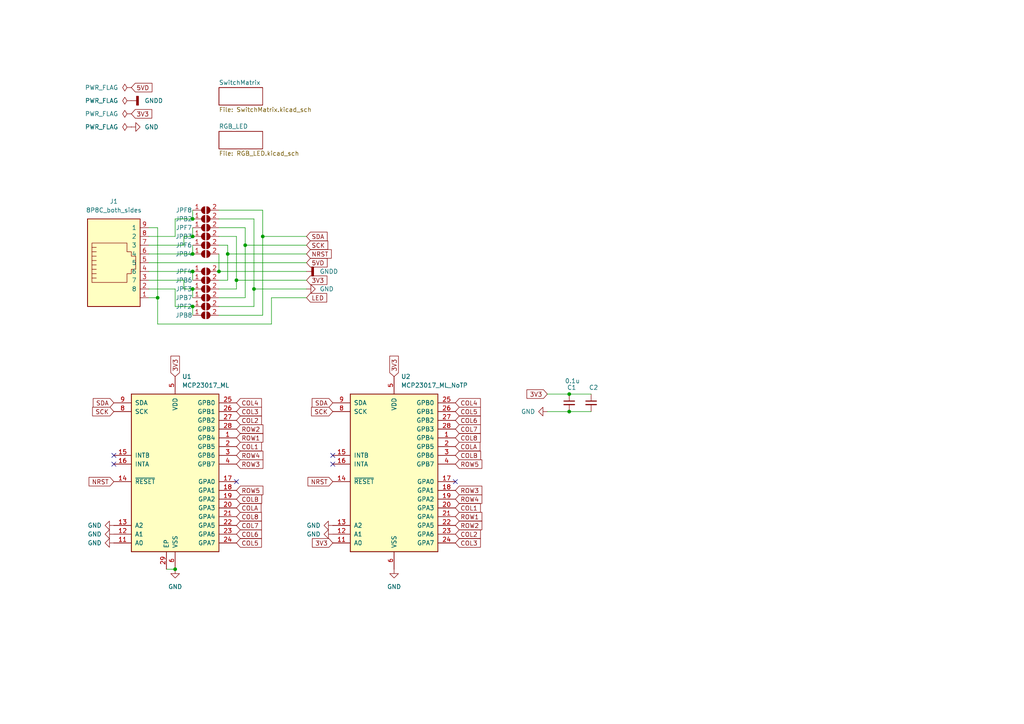
<source format=kicad_sch>
(kicad_sch (version 20211123) (generator eeschema)
  (paper "A4")
  (lib_symbols
    (symbol "00_KeyParts:8P8C_both_sides" (pin_names (offset 1.016))
      (property "Reference" "J" (at -5.08 15.24 0))
      (property "Value" "8P8C_both_sides" (at 0 15.24 0))
      (symbol "8P8C_both_sides_0_1"
        (rectangle (start -7.62 13.97) (end 7.62 -11.43) (stroke (width 0.254)) (fill (type background)))
        (polyline (pts (xy -5.08 4.445) (xy -6.35 4.445)))
        (polyline (pts (xy -5.08 5.715) (xy -6.35 5.715)))
        (polyline (pts (xy -6.35 -3.175) (xy -5.08 -3.175) (xy -5.08 -3.175)))
        (polyline (pts (xy -6.35 -1.905) (xy -5.08 -1.905) (xy -5.08 -1.905)))
        (polyline (pts (xy -6.35 -0.635) (xy -5.08 -0.635) (xy -5.08 -0.635)))
        (polyline (pts (xy -6.35 0.635) (xy -5.08 0.635) (xy -5.08 0.635)))
        (polyline (pts (xy -6.35 1.905) (xy -5.08 1.905) (xy -5.08 1.905)))
        (polyline (pts (xy -5.08 3.175) (xy -6.35 3.175) (xy -6.35 3.175)))
        (polyline (pts (xy -6.35 -4.445) (xy -6.35 6.985) (xy 3.81 6.985) (xy 3.81 4.445) (xy 5.08 4.445) (xy 5.08 3.175) (xy 6.35 3.175) (xy 6.35 -0.635) (xy 5.08 -0.635) (xy 5.08 -1.905) (xy 3.81 -1.905) (xy 3.81 -4.445) (xy -6.35 -4.445) (xy -6.35 -4.445)))
      )
      (symbol "8P8C_both_sides_1_1"
        (pin passive line (at 10.16 -8.89 180) (length 2.54) (name "~") (number "1"))
        (pin passive line (at 10.16 -6.35 180) (length 2.54) (name "8") (number "2"))
        (pin passive line (at 10.16 -3.81 180) (length 2.54) (name "7") (number "3"))
        (pin passive line (at 10.16 -1.27 180) (length 2.54) (name "6") (number "4"))
        (pin passive line (at 10.16 1.27 180) (length 2.54) (name "5") (number "5"))
        (pin passive line (at 10.16 3.81 180) (length 2.54) (name "4") (number "6"))
        (pin passive line (at 10.16 6.35 180) (length 2.54) (name "3") (number "7"))
        (pin passive line (at 10.16 8.89 180) (length 2.54) (name "2") (number "8"))
        (pin passive line (at 10.16 11.43 180) (length 2.54) (name "1") (number "9"))
      )
    )
    (symbol "00_KeyParts:MCP23017_ML_NoTP" (pin_names (offset 1.016))
      (property "Reference" "U" (at -11.43 24.13 0))
      (property "Value" "MCP23017_ML_NoTP" (at 0 0 0))
      (symbol "MCP23017_ML_NoTP_0_1"
        (rectangle (start -12.7 22.86) (end 12.7 -22.86) (stroke (width 0.254)) (fill (type background)))
      )
      (symbol "MCP23017_ML_NoTP_1_1"
        (pin bidirectional line (at 17.78 10.16 180) (length 5.08) (name "GPB4") (number "1"))
        (pin no_connect line (at -12.7 12.7 0) (length 5.08) hide (name "NC") (number "10"))
        (pin input line (at -17.78 -20.32 0) (length 5.08) (name "A0") (number "11"))
        (pin input line (at -17.78 -17.78 0) (length 5.08) (name "A1") (number "12"))
        (pin input line (at -17.78 -15.24 0) (length 5.08) (name "A2") (number "13"))
        (pin input line (at -17.78 -2.54 0) (length 5.08) (name "~{RESET}") (number "14"))
        (pin tri_state line (at -17.78 5.08 0) (length 5.08) (name "INTB") (number "15"))
        (pin tri_state line (at -17.78 2.54 0) (length 5.08) (name "INTA") (number "16"))
        (pin bidirectional line (at 17.78 -2.54 180) (length 5.08) (name "GPA0") (number "17"))
        (pin bidirectional line (at 17.78 -5.08 180) (length 5.08) (name "GPA1") (number "18"))
        (pin bidirectional line (at 17.78 -7.62 180) (length 5.08) (name "GPA2") (number "19"))
        (pin bidirectional line (at 17.78 7.62 180) (length 5.08) (name "GPB5") (number "2"))
        (pin bidirectional line (at 17.78 -10.16 180) (length 5.08) (name "GPA3") (number "20"))
        (pin bidirectional line (at 17.78 -12.7 180) (length 5.08) (name "GPA4") (number "21"))
        (pin bidirectional line (at 17.78 -15.24 180) (length 5.08) (name "GPA5") (number "22"))
        (pin bidirectional line (at 17.78 -17.78 180) (length 5.08) (name "GPA6") (number "23"))
        (pin bidirectional line (at 17.78 -20.32 180) (length 5.08) (name "GPA7") (number "24"))
        (pin bidirectional line (at 17.78 20.32 180) (length 5.08) (name "GPB0") (number "25"))
        (pin bidirectional line (at 17.78 17.78 180) (length 5.08) (name "GPB1") (number "26"))
        (pin bidirectional line (at 17.78 15.24 180) (length 5.08) (name "GPB2") (number "27"))
        (pin bidirectional line (at 17.78 12.7 180) (length 5.08) (name "GPB3") (number "28"))
        (pin bidirectional line (at 17.78 5.08 180) (length 5.08) (name "GPB6") (number "3"))
        (pin bidirectional line (at 17.78 2.54 180) (length 5.08) (name "GPB7") (number "4"))
        (pin power_in line (at 0 27.94 270) (length 5.08) (name "VDD") (number "5"))
        (pin power_in line (at 0 -27.94 90) (length 5.08) (name "VSS") (number "6"))
        (pin no_connect line (at -12.7 15.24 0) (length 5.08) hide (name "NC") (number "7"))
        (pin input line (at -17.78 17.78 0) (length 5.08) (name "SCK") (number "8"))
        (pin bidirectional line (at -17.78 20.32 0) (length 5.08) (name "SDA") (number "9"))
      )
    )
    (symbol "Device:C_Small" (pin_numbers hide) (pin_names (offset 0.254) hide)
      (property "Reference" "C" (at 0.254 1.778 0))
      (property "Value" "C_Small" (at 0.254 -2.032 0))
      (symbol "C_Small_0_1"
        (polyline (pts (xy -1.524 -0.508) (xy 1.524 -0.508)) (stroke (width 0.3302)))
        (polyline (pts (xy -1.524 0.508) (xy 1.524 0.508)) (stroke (width 0.3048)))
      )
      (symbol "C_Small_1_1"
        (pin passive line (at 0 2.54 270) (length 2.032) (name "~") (number "1"))
        (pin passive line (at 0 -2.54 90) (length 2.032) (name "~") (number "2"))
      )
    )
    (symbol "Interface_Expansion:MCP23017_ML" (pin_names (offset 1.016))
      (property "Reference" "U" (at -11.43 24.13 0))
      (property "Value" "MCP23017_ML" (at 0 0 0))
      (symbol "MCP23017_ML_0_1"
        (rectangle (start -12.7 22.86) (end 12.7 -22.86) (stroke (width 0.254)) (fill (type background)))
      )
      (symbol "MCP23017_ML_1_1"
        (pin bidirectional line (at 17.78 10.16 180) (length 5.08) (name "GPB4") (number "1"))
        (pin no_connect line (at -12.7 12.7 0) (length 5.08) hide (name "NC") (number "10"))
        (pin input line (at -17.78 -20.32 0) (length 5.08) (name "A0") (number "11"))
        (pin input line (at -17.78 -17.78 0) (length 5.08) (name "A1") (number "12"))
        (pin input line (at -17.78 -15.24 0) (length 5.08) (name "A2") (number "13"))
        (pin input line (at -17.78 -2.54 0) (length 5.08) (name "~{RESET}") (number "14"))
        (pin tri_state line (at -17.78 5.08 0) (length 5.08) (name "INTB") (number "15"))
        (pin tri_state line (at -17.78 2.54 0) (length 5.08) (name "INTA") (number "16"))
        (pin bidirectional line (at 17.78 -2.54 180) (length 5.08) (name "GPA0") (number "17"))
        (pin bidirectional line (at 17.78 -5.08 180) (length 5.08) (name "GPA1") (number "18"))
        (pin bidirectional line (at 17.78 -7.62 180) (length 5.08) (name "GPA2") (number "19"))
        (pin bidirectional line (at 17.78 7.62 180) (length 5.08) (name "GPB5") (number "2"))
        (pin bidirectional line (at 17.78 -10.16 180) (length 5.08) (name "GPA3") (number "20"))
        (pin bidirectional line (at 17.78 -12.7 180) (length 5.08) (name "GPA4") (number "21"))
        (pin bidirectional line (at 17.78 -15.24 180) (length 5.08) (name "GPA5") (number "22"))
        (pin bidirectional line (at 17.78 -17.78 180) (length 5.08) (name "GPA6") (number "23"))
        (pin bidirectional line (at 17.78 -20.32 180) (length 5.08) (name "GPA7") (number "24"))
        (pin bidirectional line (at 17.78 20.32 180) (length 5.08) (name "GPB0") (number "25"))
        (pin bidirectional line (at 17.78 17.78 180) (length 5.08) (name "GPB1") (number "26"))
        (pin bidirectional line (at 17.78 15.24 180) (length 5.08) (name "GPB2") (number "27"))
        (pin bidirectional line (at 17.78 12.7 180) (length 5.08) (name "GPB3") (number "28"))
        (pin passive line (at -2.54 -27.94 90) (length 5.08) (name "EP") (number "29"))
        (pin bidirectional line (at 17.78 5.08 180) (length 5.08) (name "GPB6") (number "3"))
        (pin bidirectional line (at 17.78 2.54 180) (length 5.08) (name "GPB7") (number "4"))
        (pin power_in line (at 0 27.94 270) (length 5.08) (name "VDD") (number "5"))
        (pin power_in line (at 0 -27.94 90) (length 5.08) (name "VSS") (number "6"))
        (pin no_connect line (at -12.7 15.24 0) (length 5.08) hide (name "NC") (number "7"))
        (pin input line (at -17.78 17.78 0) (length 5.08) (name "SCK") (number "8"))
        (pin bidirectional line (at -17.78 20.32 0) (length 5.08) (name "SDA") (number "9"))
      )
    )
    (symbol "Jumper:SolderJumper_2_Open" (pin_names (offset 0) hide)
      (property "Reference" "JP" (at 0 2.032 0))
      (property "Value" "SolderJumper_2_Open" (at 0 -2.54 0))
      (symbol "SolderJumper_2_Open_0_1"
        (arc (start -0.254 1.016) (mid -1.27 0) (end -0.254 -1.016))
        (arc (start -0.254 1.016) (mid -1.27 0) (end -0.254 -1.016) (fill (type outline)))
        (polyline (pts (xy -0.254 1.016) (xy -0.254 -1.016)))
        (polyline (pts (xy 0.254 1.016) (xy 0.254 -1.016)))
        (arc (start 0.254 -1.016) (mid 1.27 0) (end 0.254 1.016))
        (arc (start 0.254 -1.016) (mid 1.27 0) (end 0.254 1.016) (fill (type outline)))
      )
      (symbol "SolderJumper_2_Open_1_1"
        (pin passive line (at -3.81 0 0) (length 2.54) (name "A") (number "1"))
        (pin passive line (at 3.81 0 180) (length 2.54) (name "B") (number "2"))
      )
    )
    (symbol "power:GND" (power) (pin_names (offset 0))
      (property "Value" "GND" (at 0 -3.81 0))
      (symbol "GND_0_1"
        (polyline (pts (xy 0 0) (xy 0 -1.27) (xy 1.27 -1.27) (xy 0 -2.54) (xy -1.27 -1.27) (xy 0 -1.27)))
      )
      (symbol "GND_1_1"
        (pin power_in line (at 0 0 270) (length 0) hide (name "GND") (number "1"))
      )
    )
    (symbol "power:GNDD" (power) (pin_names (offset 0))
      (property "Value" "GNDD" (at 0 -3.175 0))
      (symbol "GNDD_0_1"
        (rectangle (start -1.27 -1.524) (end 1.27 -2.032) (stroke (width 0.254)) (fill (type outline)))
        (polyline (pts (xy 0 0) (xy 0 -1.524)))
      )
      (symbol "GNDD_1_1"
        (pin power_in line (at 0 0 270) (length 0) hide (name "GNDD") (number "1"))
      )
    )
    (symbol "power:PWR_FLAG" (power) (pin_numbers hide) (pin_names (offset 0) hide)
      (property "Value" "PWR_FLAG" (at 0 3.81 0))
      (symbol "PWR_FLAG_0_0"
        (pin power_out line (at 0 0 90) (length 0) (name "pwr") (number "1"))
      )
      (symbol "PWR_FLAG_0_1"
        (polyline (pts (xy 0 0) (xy 0 1.27) (xy -1.016 1.905) (xy 0 2.54) (xy 1.016 1.905) (xy 0 1.27)))
      )
    )
  )
  (junction (at 55.88 63.5))
  (junction (at 55.88 68.58))
  (junction (at 55.88 83.82))
  (junction (at 45.72 86.36))
  (junction (at 68.58 81.28))
  (junction (at 66.04 73.66))
  (junction (at 76.2 68.58))
  (junction (at 73.66 83.82))
  (junction (at 55.88 73.66))
  (junction (at 63.5 78.74))
  (junction (at 55.88 88.9))
  (junction (at 55.88 78.74))
  (junction (at 165.1 114.3))
  (junction (at 50.8 165.1))
  (junction (at 165.1 119.38))
  (junction (at 71.12 71.12))
  (no_connect (at 33.02 132.08))
  (no_connect (at 96.52 134.62))
  (no_connect (at 132.08 139.7))
  (no_connect (at 68.58 139.7))
  (no_connect (at 96.52 132.08))
  (no_connect (at 33.02 134.62))
  (wire (pts (xy 43.18 71.12) (xy 53.34 71.12)))
  (wire (pts (xy 63.5 68.58) (xy 68.58 68.58)))
  (wire (pts (xy 73.66 83.82) (xy 88.9 83.82)))
  (wire (pts (xy 50.8 63.5) (xy 55.88 63.5)))
  (wire (pts (xy 78.74 93.98) (xy 78.74 86.36)))
  (wire (pts (xy 50.8 68.58) (xy 50.8 63.5)))
  (wire (pts (xy 66.04 71.12) (xy 66.04 73.66)))
  (wire (pts (xy 63.5 60.96) (xy 76.2 60.96)))
  (wire (pts (xy 63.5 73.66) (xy 63.5 78.74)))
  (wire (pts (xy 55.88 66.04) (xy 55.88 68.58)))
  (wire (pts (xy 73.66 63.5) (xy 73.66 83.82)))
  (wire (pts (xy 43.18 66.04) (xy 45.72 66.04)))
  (wire (pts (xy 68.58 81.28) (xy 68.58 83.82)))
  (wire (pts (xy 63.5 88.9) (xy 73.66 88.9)))
  (wire (pts (xy 158.75 114.3) (xy 165.1 114.3)))
  (wire (pts (xy 63.5 63.5) (xy 73.66 63.5)))
  (wire (pts (xy 165.1 119.38) (xy 171.45 119.38)))
  (wire (pts (xy 63.5 81.28) (xy 66.04 81.28)))
  (wire (pts (xy 63.5 78.74) (xy 88.9 78.74)))
  (wire (pts (xy 53.34 68.58) (xy 55.88 68.58)))
  (wire (pts (xy 50.8 83.82) (xy 50.8 88.9)))
  (wire (pts (xy 73.66 83.82) (xy 73.66 88.9)))
  (wire (pts (xy 55.88 88.9) (xy 55.88 91.44)))
  (wire (pts (xy 158.75 119.38) (xy 165.1 119.38)))
  (wire (pts (xy 71.12 66.04) (xy 71.12 71.12)))
  (wire (pts (xy 78.74 86.36) (xy 88.9 86.36)))
  (wire (pts (xy 55.88 78.74) (xy 55.88 81.28)))
  (wire (pts (xy 63.5 91.44) (xy 76.2 91.44)))
  (wire (pts (xy 68.58 68.58) (xy 68.58 81.28)))
  (wire (pts (xy 63.5 71.12) (xy 66.04 71.12)))
  (wire (pts (xy 68.58 81.28) (xy 88.9 81.28)))
  (wire (pts (xy 45.72 93.98) (xy 78.74 93.98)))
  (wire (pts (xy 76.2 60.96) (xy 76.2 68.58)))
  (wire (pts (xy 63.5 66.04) (xy 71.12 66.04)))
  (wire (pts (xy 43.18 76.2) (xy 88.9 76.2)))
  (wire (pts (xy 55.88 60.96) (xy 55.88 63.5)))
  (wire (pts (xy 45.72 66.04) (xy 45.72 86.36)))
  (wire (pts (xy 63.5 83.82) (xy 68.58 83.82)))
  (wire (pts (xy 53.34 71.12) (xy 53.34 68.58)))
  (wire (pts (xy 55.88 71.12) (xy 55.88 73.66)))
  (wire (pts (xy 50.8 88.9) (xy 55.88 88.9)))
  (wire (pts (xy 66.04 73.66) (xy 88.9 73.66)))
  (wire (pts (xy 66.04 73.66) (xy 66.04 81.28)))
  (wire (pts (xy 43.18 83.82) (xy 50.8 83.82)))
  (wire (pts (xy 53.34 81.28) (xy 53.34 83.82)))
  (wire (pts (xy 45.72 86.36) (xy 45.72 93.98)))
  (wire (pts (xy 76.2 68.58) (xy 88.9 68.58)))
  (wire (pts (xy 43.18 73.66) (xy 55.88 73.66)))
  (wire (pts (xy 43.18 81.28) (xy 53.34 81.28)))
  (wire (pts (xy 48.26 165.1) (xy 50.8 165.1)))
  (wire (pts (xy 55.88 83.82) (xy 55.88 86.36)))
  (wire (pts (xy 43.18 86.36) (xy 45.72 86.36)))
  (wire (pts (xy 63.5 86.36) (xy 71.12 86.36)))
  (wire (pts (xy 165.1 114.3) (xy 171.45 114.3)))
  (wire (pts (xy 76.2 68.58) (xy 76.2 91.44)))
  (wire (pts (xy 43.18 78.74) (xy 55.88 78.74)))
  (wire (pts (xy 71.12 71.12) (xy 88.9 71.12)))
  (wire (pts (xy 43.18 68.58) (xy 50.8 68.58)))
  (wire (pts (xy 53.34 83.82) (xy 55.88 83.82)))
  (wire (pts (xy 71.12 71.12) (xy 71.12 86.36)))
  (global_label "COL6" (shape input) (at 68.58 154.94 0) (property "Intersheet References" "${INTERSHEET_REFS}" (effects hide)))
  (global_label "3V3" (shape input) (at 114.3 109.22 90) (property "Intersheet References" "${INTERSHEET_REFS}" (effects hide)))
  (global_label "NRST" (shape input) (at 96.52 139.7 180) (property "Intersheet References" "${INTERSHEET_REFS}" (effects hide)))
  (global_label "COL8" (shape input) (at 132.08 127 0) (property "Intersheet References" "${INTERSHEET_REFS}" (effects hide)))
  (global_label "COL5" (shape input) (at 68.58 157.48 0) (property "Intersheet References" "${INTERSHEET_REFS}" (effects hide)))
  (global_label "ROW3" (shape input) (at 132.08 142.24 0) (property "Intersheet References" "${INTERSHEET_REFS}" (effects hide)))
  (global_label "3V3" (shape input) (at 50.8 109.22 90) (property "Intersheet References" "${INTERSHEET_REFS}" (effects hide)))
  (global_label "3V3" (shape input) (at 38.1 33.02 0) (property "Intersheet References" "${INTERSHEET_REFS}" (effects hide)))
  (global_label "3V3" (shape input) (at 96.52 157.48 180) (property "Intersheet References" "${INTERSHEET_REFS}" (effects hide)))
  (global_label "COL8" (shape input) (at 68.58 149.86 0) (property "Intersheet References" "${INTERSHEET_REFS}" (effects hide)))
  (global_label "ROW2" (shape input) (at 132.08 152.4 0) (property "Intersheet References" "${INTERSHEET_REFS}" (effects hide)))
  (global_label "SCK" (shape input) (at 33.02 119.38 180) (property "Intersheet References" "${INTERSHEET_REFS}" (effects hide)))
  (global_label "COL2" (shape input) (at 68.58 121.92 0) (property "Intersheet References" "${INTERSHEET_REFS}" (effects hide)))
  (global_label "COL4" (shape input) (at 68.58 116.84 0) (property "Intersheet References" "${INTERSHEET_REFS}" (effects hide)))
  (global_label "SDA" (shape input) (at 96.52 116.84 180) (property "Intersheet References" "${INTERSHEET_REFS}" (effects hide)))
  (global_label "ROW5" (shape input) (at 68.58 142.24 0) (property "Intersheet References" "${INTERSHEET_REFS}" (effects hide)))
  (global_label "ROW3" (shape input) (at 68.58 134.62 0) (property "Intersheet References" "${INTERSHEET_REFS}" (effects hide)))
  (global_label "SDA" (shape input) (at 33.02 116.84 180) (property "Intersheet References" "${INTERSHEET_REFS}" (effects hide)))
  (global_label "SCK" (shape input) (at 88.9 71.12 0) (property "Intersheet References" "${INTERSHEET_REFS}" (effects hide)))
  (global_label "COL7" (shape input) (at 68.58 152.4 0) (property "Intersheet References" "${INTERSHEET_REFS}" (effects hide)))
  (global_label "COL5" (shape input) (at 132.08 119.38 0) (property "Intersheet References" "${INTERSHEET_REFS}" (effects hide)))
  (global_label "ROW4" (shape input) (at 68.58 132.08 0) (property "Intersheet References" "${INTERSHEET_REFS}" (effects hide)))
  (global_label "ROW1" (shape input) (at 132.08 149.86 0) (property "Intersheet References" "${INTERSHEET_REFS}" (effects hide)))
  (global_label "3V3" (shape input) (at 158.75 114.3 180) (property "Intersheet References" "${INTERSHEET_REFS}" (effects hide)))
  (global_label "SCK" (shape input) (at 96.52 119.38 180) (property "Intersheet References" "${INTERSHEET_REFS}" (effects hide)))
  (global_label "LED" (shape input) (at 88.9 86.36 0) (property "Intersheet References" "${INTERSHEET_REFS}" (effects hide)))
  (global_label "COLB" (shape input) (at 132.08 132.08 0) (property "Intersheet References" "${INTERSHEET_REFS}" (effects hide)))
  (global_label "5VD" (shape input) (at 38.1 25.4 0) (property "Intersheet References" "${INTERSHEET_REFS}" (effects hide)))
  (global_label "SDA" (shape input) (at 88.9 68.58 0) (property "Intersheet References" "${INTERSHEET_REFS}" (effects hide)))
  (global_label "ROW5" (shape input) (at 132.08 134.62 0) (property "Intersheet References" "${INTERSHEET_REFS}" (effects hide)))
  (global_label "COL1" (shape input) (at 132.08 147.32 0) (property "Intersheet References" "${INTERSHEET_REFS}" (effects hide)))
  (global_label "NRST" (shape input) (at 88.9 73.66 0) (property "Intersheet References" "${INTERSHEET_REFS}" (effects hide)))
  (global_label "3V3" (shape input) (at 88.9 81.28 0) (property "Intersheet References" "${INTERSHEET_REFS}" (effects hide)))
  (global_label "COL4" (shape input) (at 132.08 116.84 0) (property "Intersheet References" "${INTERSHEET_REFS}" (effects hide)))
  (global_label "COL1" (shape input) (at 68.58 129.54 0) (property "Intersheet References" "${INTERSHEET_REFS}" (effects hide)))
  (global_label "ROW2" (shape input) (at 68.58 124.46 0) (property "Intersheet References" "${INTERSHEET_REFS}" (effects hide)))
  (global_label "ROW4" (shape input) (at 132.08 144.78 0) (property "Intersheet References" "${INTERSHEET_REFS}" (effects hide)))
  (global_label "COLA" (shape input) (at 68.58 147.32 0) (property "Intersheet References" "${INTERSHEET_REFS}" (effects hide)))
  (global_label "ROW1" (shape input) (at 68.58 127 0) (property "Intersheet References" "${INTERSHEET_REFS}" (effects hide)))
  (global_label "COL3" (shape input) (at 132.08 157.48 0) (property "Intersheet References" "${INTERSHEET_REFS}" (effects hide)))
  (global_label "5VD" (shape input) (at 88.9 76.2 0) (property "Intersheet References" "${INTERSHEET_REFS}" (effects hide)))
  (global_label "COLA" (shape input) (at 132.08 129.54 0) (property "Intersheet References" "${INTERSHEET_REFS}" (effects hide)))
  (global_label "COL6" (shape input) (at 132.08 121.92 0) (property "Intersheet References" "${INTERSHEET_REFS}" (effects hide)))
  (global_label "COLB" (shape input) (at 68.58 144.78 0) (property "Intersheet References" "${INTERSHEET_REFS}" (effects hide)))
  (global_label "COL2" (shape input) (at 132.08 154.94 0) (property "Intersheet References" "${INTERSHEET_REFS}" (effects hide)))
  (global_label "COL3" (shape input) (at 68.58 119.38 0) (property "Intersheet References" "${INTERSHEET_REFS}" (effects hide)))
  (global_label "COL7" (shape input) (at 132.08 124.46 0) (property "Intersheet References" "${INTERSHEET_REFS}" (effects hide)))
  (global_label "NRST" (shape input) (at 33.02 139.7 180) (property "Intersheet References" "${INTERSHEET_REFS}" (effects hide)))
  (symbol (lib_id "power:GND") (at 114.3 165.1 0) (unit 1)
    (property "Reference" "#PWR0106" (effects hide))
    (property "Value" "GND" (at 114.3 170.18 0))
  )
  (symbol (lib_id "Device:C_Small") (at 165.1 116.84 0) (unit 1)
    (property "Reference" "C1" (at 164.465 112.395 0) (effects (justify left)))
    (property "Value" "0.1u" (at 163.83 110.49 0) (effects (justify left)))
    (property "Footprint" "00_KeyParts:C_1608_HandSolder" (effects hide))
  )
  (symbol (lib_id "Jumper:SolderJumper_2_Open") (at 59.69 66.04 0) (unit 1)
    (property "Reference" "JPF7" (at 53.34 66.04 0))
    (property "Value" "SolderJumper_2_Open" (effects hide))
    (property "Footprint" "Jumper:SolderJumper-2_P1.3mm_Open_TrianglePad1.0x1.5mm" (effects hide))
  )
  (symbol (lib_id "power:GND") (at 50.8 165.1 0) (unit 1)
    (property "Reference" "#PWR0104" (effects hide))
    (property "Value" "GND" (at 50.8 170.18 0))
  )
  (symbol (lib_id "Jumper:SolderJumper_2_Open") (at 59.69 86.36 0) (unit 1)
    (property "Reference" "JPB7" (at 53.34 86.36 0))
    (property "Value" "SolderJumper_2_Open" (effects hide))
    (property "Footprint" "Jumper:SolderJumper-2_P1.3mm_Open_TrianglePad1.0x1.5mm" (effects hide))
  )
  (symbol (lib_id "power:GND") (at 33.02 157.48 270) (unit 1)
    (property "Reference" "#PWR0102" (effects hide))
    (property "Value" "GND" (at 25.4 157.48 90) (effects (justify left)))
  )
  (symbol (lib_id "00_KeyParts:MCP23017_ML_NoTP") (at 114.3 137.16 0) (unit 1)
    (property "Reference" "U2" (at 116.3194 109.22 0) (effects (justify left)))
    (property "Value" "MCP23017_ML_NoTP" (at 116.3194 111.76 0) (effects (justify left)))
    (property "Footprint" "00_KeyParts:QFN-28-1EP_6x6mm_P0.65mm_EP4.25x4.25mm_Hand_NoTP" (effects hide))
    (property "Datasheet" "http://ww1.microchip.com/downloads/en/DeviceDoc/20001952C.pdf" (effects hide))
  )
  (symbol (lib_id "power:PWR_FLAG") (at 38.1 33.02 90) (unit 1)
    (property "Reference" "#FLG0103" (effects hide))
    (property "Value" "PWR_FLAG" (at 34.29 33.0199 90) (effects (justify left)))
  )
  (symbol (lib_id "Interface_Expansion:MCP23017_ML") (at 50.8 137.16 0) (unit 1)
    (property "Reference" "U1" (at 52.8194 109.22 0) (effects (justify left)))
    (property "Value" "MCP23017_ML" (at 52.8194 111.76 0) (effects (justify left)))
    (property "Footprint" "00_KeyParts:QFN-28-1EP_6x6mm_P0.65mm_EP4.25x4.25mm_Hand" (effects hide))
    (property "Datasheet" "http://ww1.microchip.com/downloads/en/DeviceDoc/20001952C.pdf" (effects hide))
  )
  (symbol (lib_id "power:GND") (at 96.52 154.94 270) (unit 1)
    (property "Reference" "#PWR0108" (effects hide))
    (property "Value" "GND" (at 88.9 154.94 90) (effects (justify left)))
  )
  (symbol (lib_id "power:GND") (at 33.02 154.94 270) (unit 1)
    (property "Reference" "#PWR0101" (effects hide))
    (property "Value" "GND" (at 25.4 154.94 90) (effects (justify left)))
  )
  (symbol (lib_id "power:PWR_FLAG") (at 38.1 25.4 90) (unit 1)
    (property "Reference" "#FLG0102" (effects hide))
    (property "Value" "PWR_FLAG" (at 34.29 25.3999 90) (effects (justify left)))
  )
  (symbol (lib_id "Jumper:SolderJumper_2_Open") (at 59.69 83.82 0) (unit 1)
    (property "Reference" "JPF3" (at 53.34 83.82 0))
    (property "Value" "SolderJumper_2_Open" (effects hide))
    (property "Footprint" "Jumper:SolderJumper-2_P1.3mm_Open_TrianglePad1.0x1.5mm" (effects hide))
  )
  (symbol (lib_id "Device:C_Small") (at 171.45 116.84 0) (unit 1)
    (property "Reference" "C2" (at 170.815 112.395 0) (effects (justify left)))
    (property "Value" "C_Small" (effects hide))
    (property "Footprint" "00_KeyParts:C_1608_HandSolder" (effects hide))
  )
  (symbol (lib_id "Jumper:SolderJumper_2_Open") (at 59.69 91.44 0) (unit 1)
    (property "Reference" "JPB8" (at 53.34 91.44 0))
    (property "Value" "SolderJumper_2_Open" (effects hide))
    (property "Footprint" "Jumper:SolderJumper-2_P1.3mm_Open_TrianglePad1.0x1.5mm" (effects hide))
  )
  (symbol (lib_id "power:GND") (at 33.02 152.4 270) (unit 1)
    (property "Reference" "#PWR0103" (effects hide))
    (property "Value" "GND" (at 25.4 152.4 90) (effects (justify left)))
  )
  (symbol (lib_id "Jumper:SolderJumper_2_Open") (at 59.69 60.96 0) (unit 1)
    (property "Reference" "JPF8" (at 53.34 60.96 0))
    (property "Value" "SolderJumper_2_Open" (effects hide))
    (property "Footprint" "Jumper:SolderJumper-2_P1.3mm_Open_TrianglePad1.0x1.5mm" (effects hide))
  )
  (symbol (lib_id "Jumper:SolderJumper_2_Open") (at 59.69 73.66 0) (unit 1)
    (property "Reference" "JPB4" (at 53.34 73.66 0))
    (property "Value" "SolderJumper_2_Open" (effects hide))
    (property "Footprint" "Jumper:SolderJumper-2_P1.3mm_Open_TrianglePad1.0x1.5mm" (effects hide))
  )
  (symbol (lib_id "Jumper:SolderJumper_2_Open") (at 59.69 71.12 0) (unit 1)
    (property "Reference" "JPF6" (at 53.34 71.12 0))
    (property "Value" "SolderJumper_2_Open" (effects hide))
    (property "Footprint" "Jumper:SolderJumper-2_P1.3mm_Open_TrianglePad1.0x1.5mm" (effects hide))
  )
  (symbol (lib_id "power:GNDD") (at 38.1 29.21 90) (unit 1)
    (property "Reference" "#PWR0109" (effects hide))
    (property "Value" "GNDD" (at 41.91 29.2099 90) (effects (justify right)))
  )
  (symbol (lib_id "power:GND") (at 158.75 119.38 270) (unit 1)
    (property "Reference" "#PWR0105" (effects hide))
    (property "Value" "GND" (at 151.13 119.38 90) (effects (justify left)))
  )
  (symbol (lib_id "power:GND") (at 88.9 83.82 90) (unit 1)
    (property "Reference" "#PWR0111" (effects hide))
    (property "Value" "GND" (at 92.71 83.8199 90) (effects (justify right)))
  )
  (symbol (lib_id "Jumper:SolderJumper_2_Open") (at 59.69 63.5 0) (unit 1)
    (property "Reference" "JPB2" (at 53.34 63.5 0))
    (property "Value" "SolderJumper_2_Open" (effects hide))
    (property "Footprint" "Jumper:SolderJumper-2_P1.3mm_Open_TrianglePad1.0x1.5mm" (effects hide))
  )
  (symbol (lib_id "power:PWR_FLAG") (at 38.1 29.21 90) (unit 1)
    (property "Reference" "#FLG0101" (effects hide))
    (property "Value" "PWR_FLAG" (at 34.29 29.2099 90) (effects (justify left)))
  )
  (symbol (lib_id "power:GND") (at 38.1 36.83 90) (unit 1)
    (property "Reference" "#PWR0110" (effects hide))
    (property "Value" "GND" (at 41.91 36.8299 90) (effects (justify right)))
  )
  (symbol (lib_id "power:PWR_FLAG") (at 38.1 36.83 90) (unit 1)
    (property "Reference" "#FLG0104" (effects hide))
    (property "Value" "PWR_FLAG" (at 34.29 36.8299 90) (effects (justify left)))
  )
  (symbol (lib_id "power:GNDD") (at 88.9 78.74 90) (unit 1)
    (property "Reference" "#PWR0112" (effects hide))
    (property "Value" "GNDD" (at 92.71 78.74 90) (effects (justify right)))
  )
  (symbol (lib_id "00_KeyParts:8P8C_both_sides") (at 33.02 77.47 0) (unit 1)
    (property "Reference" "J1" (at 33.02 58.42 0))
    (property "Value" "8P8C_both_sides" (at 33.02 60.96 0))
    (property "Footprint" "00_KeyParts:RJ45_Molex_0955032884_both_sides" (effects hide))
  )
  (symbol (lib_id "Jumper:SolderJumper_2_Open") (at 59.69 68.58 0) (unit 1)
    (property "Reference" "JPB3" (at 53.34 68.58 0))
    (property "Value" "SolderJumper_2_Open" (effects hide))
    (property "Footprint" "Jumper:SolderJumper-2_P1.3mm_Open_TrianglePad1.0x1.5mm" (effects hide))
  )
  (symbol (lib_id "Jumper:SolderJumper_2_Open") (at 59.69 78.74 0) (unit 1)
    (property "Reference" "JPF4" (at 53.34 78.74 0))
    (property "Value" "SolderJumper_2_Open" (effects hide))
    (property "Footprint" "Jumper:SolderJumper-2_P1.3mm_Open_TrianglePad1.0x1.5mm" (effects hide))
  )
  (symbol (lib_id "Jumper:SolderJumper_2_Open") (at 59.69 88.9 0) (unit 1)
    (property "Reference" "JPF2" (at 53.34 88.9 0))
    (property "Value" "SolderJumper_2_Open" (effects hide))
    (property "Footprint" "Jumper:SolderJumper-2_P1.3mm_Open_TrianglePad1.0x1.5mm" (effects hide))
  )
  (symbol (lib_id "power:GND") (at 96.52 152.4 270) (unit 1)
    (property "Reference" "#PWR0107" (effects hide))
    (property "Value" "GND" (at 88.9 152.4 90) (effects (justify left)))
  )
  (symbol (lib_id "Jumper:SolderJumper_2_Open") (at 59.69 81.28 0) (unit 1)
    (property "Reference" "JPB6" (at 53.34 81.28 0))
    (property "Value" "SolderJumper_2_Open" (effects hide))
    (property "Footprint" "Jumper:SolderJumper-2_P1.3mm_Open_TrianglePad1.0x1.5mm" (effects hide))
  )
  (sheet (at 63.5 38.1) (size 12.7 5.08) (stroke (width 0.1524))
    (property "Sheet name" "RGB_LED" (at 63.5 37.3884 0) (effects (justify left bottom)))
    (property "Sheet file" "RGB_LED.kicad_sch" (at 63.5 43.7646 0) (effects (justify left top)))
  )
  (sheet (at 63.5 25.4) (size 12.7 5.08) (stroke (width 0.1524))
    (property "Sheet name" "SwitchMatrix" (at 63.5 24.6884 0) (effects (justify left bottom)))
    (property "Sheet file" "SwitchMatrix.kicad_sch" (at 63.5 31.0646 0) (effects (justify left top)))
  )
)
</source>
